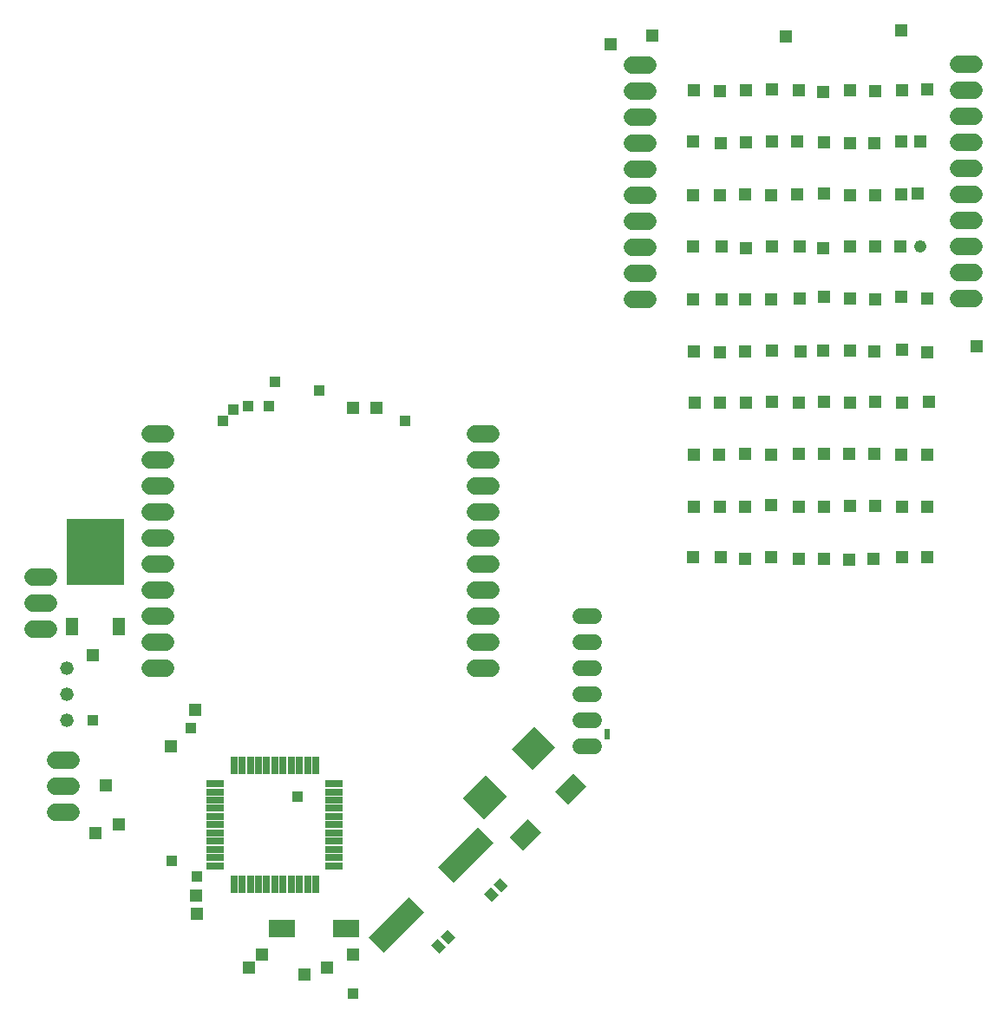
<source format=gbs>
G75*
%MOIN*%
%OFA0B0*%
%FSLAX24Y24*%
%IPPOS*%
%LPD*%
%AMOC8*
5,1,8,0,0,1.08239X$1,22.5*
%
%ADD10C,0.0600*%
%ADD11R,0.0356X0.0434*%
%ADD12C,0.0680*%
%ADD13R,0.0671X0.0277*%
%ADD14R,0.0277X0.0671*%
%ADD15C,0.0520*%
%ADD16R,0.2206X0.2521*%
%ADD17R,0.0474X0.0710*%
%ADD18R,0.0249X0.0190*%
%ADD19R,0.2180X0.0840*%
%ADD20R,0.1241X0.1143*%
%ADD21R,0.0986X0.0710*%
%ADD22R,0.0476X0.0476*%
%ADD23R,0.0437X0.0437*%
%ADD24C,0.0476*%
D10*
X024040Y011451D02*
X024560Y011451D01*
X024560Y012451D02*
X024040Y012451D01*
X024040Y013451D02*
X024560Y013451D01*
X024560Y014451D02*
X024040Y014451D01*
X024040Y015451D02*
X024560Y015451D01*
X024560Y016451D02*
X024040Y016451D01*
D11*
G36*
X021260Y006105D02*
X021008Y005853D01*
X020702Y006159D01*
X020954Y006411D01*
X021260Y006105D01*
G37*
G36*
X020898Y005743D02*
X020646Y005491D01*
X020340Y005797D01*
X020592Y006049D01*
X020898Y005743D01*
G37*
G36*
X019240Y004124D02*
X018988Y003872D01*
X018682Y004178D01*
X018934Y004430D01*
X019240Y004124D01*
G37*
G36*
X018878Y003763D02*
X018626Y003511D01*
X018320Y003817D01*
X018572Y004069D01*
X018878Y003763D01*
G37*
D12*
X020000Y014451D02*
X020600Y014451D01*
X020600Y015451D02*
X020000Y015451D01*
X020000Y016451D02*
X020600Y016451D01*
X020600Y017451D02*
X020000Y017451D01*
X020000Y018451D02*
X020600Y018451D01*
X020600Y019451D02*
X020000Y019451D01*
X020000Y020451D02*
X020600Y020451D01*
X020600Y021451D02*
X020000Y021451D01*
X020000Y022451D02*
X020600Y022451D01*
X020600Y023451D02*
X020000Y023451D01*
X026049Y028636D02*
X026649Y028636D01*
X026649Y029636D02*
X026049Y029636D01*
X026049Y030636D02*
X026649Y030636D01*
X026649Y031636D02*
X026049Y031636D01*
X026049Y032636D02*
X026649Y032636D01*
X026649Y033636D02*
X026049Y033636D01*
X026049Y034636D02*
X026649Y034636D01*
X026649Y035636D02*
X026049Y035636D01*
X026049Y036636D02*
X026649Y036636D01*
X026649Y037636D02*
X026049Y037636D01*
X038582Y037660D02*
X039182Y037660D01*
X039182Y036660D02*
X038582Y036660D01*
X038582Y035660D02*
X039182Y035660D01*
X039182Y034660D02*
X038582Y034660D01*
X038582Y033660D02*
X039182Y033660D01*
X039182Y032660D02*
X038582Y032660D01*
X038582Y031660D02*
X039182Y031660D01*
X039182Y030660D02*
X038582Y030660D01*
X038582Y029660D02*
X039182Y029660D01*
X039182Y028660D02*
X038582Y028660D01*
X008100Y023451D02*
X007500Y023451D01*
X007500Y022451D02*
X008100Y022451D01*
X008100Y021451D02*
X007500Y021451D01*
X007500Y020451D02*
X008100Y020451D01*
X008100Y019451D02*
X007500Y019451D01*
X007500Y018451D02*
X008100Y018451D01*
X008100Y017451D02*
X007500Y017451D01*
X007500Y016451D02*
X008100Y016451D01*
X008100Y015451D02*
X007500Y015451D01*
X007500Y014451D02*
X008100Y014451D01*
X004470Y010935D02*
X003870Y010935D01*
X003870Y009935D02*
X004470Y009935D01*
X004470Y008935D02*
X003870Y008935D01*
X003600Y015951D02*
X003000Y015951D01*
X003000Y016951D02*
X003600Y016951D01*
X003600Y017951D02*
X003000Y017951D01*
D13*
X010017Y010026D03*
X010017Y009711D03*
X010017Y009396D03*
X010017Y009081D03*
X010017Y008766D03*
X010017Y008451D03*
X010017Y008136D03*
X010017Y007821D03*
X010017Y007506D03*
X010017Y007191D03*
X010017Y006876D03*
X014583Y006876D03*
X014583Y007191D03*
X014583Y007506D03*
X014583Y007821D03*
X014583Y008136D03*
X014583Y008451D03*
X014583Y008766D03*
X014583Y009081D03*
X014583Y009396D03*
X014583Y009711D03*
X014583Y010026D03*
D14*
X013875Y010734D03*
X013560Y010734D03*
X013245Y010734D03*
X012930Y010734D03*
X012615Y010734D03*
X012300Y010734D03*
X011985Y010734D03*
X011670Y010734D03*
X011355Y010734D03*
X011040Y010734D03*
X010725Y010734D03*
X010725Y006167D03*
X011040Y006167D03*
X011355Y006167D03*
X011670Y006167D03*
X011985Y006167D03*
X012300Y006167D03*
X012615Y006167D03*
X012930Y006167D03*
X013245Y006167D03*
X013560Y006167D03*
X013875Y006167D03*
D15*
X004300Y012451D03*
X004300Y013451D03*
X004300Y014451D03*
D16*
X005418Y018935D03*
D17*
X004520Y016061D03*
X006316Y016061D03*
D18*
X025064Y012043D03*
X025064Y011843D03*
D19*
G36*
X020711Y007767D02*
X019171Y006227D01*
X018577Y006821D01*
X020117Y008361D01*
X020711Y007767D01*
G37*
G36*
X018023Y005080D02*
X016483Y003540D01*
X015889Y004134D01*
X017429Y005674D01*
X018023Y005080D01*
G37*
D20*
G36*
X021202Y009545D02*
X020326Y008669D01*
X019518Y009477D01*
X020394Y010353D01*
X021202Y009545D01*
G37*
G36*
X023082Y011424D02*
X022206Y010548D01*
X021398Y011356D01*
X022274Y012232D01*
X023082Y011424D01*
G37*
D21*
G36*
X023078Y009731D02*
X023774Y010427D01*
X024276Y009925D01*
X023580Y009229D01*
X023078Y009731D01*
G37*
G36*
X021324Y007977D02*
X022020Y008673D01*
X022522Y008171D01*
X021826Y007475D01*
X021324Y007977D01*
G37*
X015040Y004451D03*
X012560Y004451D03*
D22*
X005394Y008136D03*
X006300Y008451D03*
X005800Y009951D03*
X008300Y011451D03*
X009249Y012860D03*
X005300Y014951D03*
X009272Y005742D03*
X009292Y005041D03*
X011300Y002951D03*
X011800Y003451D03*
X013426Y002703D03*
X014300Y002951D03*
X015300Y003451D03*
X028371Y018719D03*
X029434Y018719D03*
X030379Y018679D03*
X031363Y018719D03*
X032426Y018679D03*
X033410Y018679D03*
X034355Y018640D03*
X035300Y018679D03*
X036402Y018719D03*
X037387Y018719D03*
X037387Y020648D03*
X036402Y020648D03*
X035379Y020687D03*
X034394Y020687D03*
X033410Y020648D03*
X032426Y020648D03*
X031363Y020726D03*
X030379Y020648D03*
X029394Y020648D03*
X028410Y020648D03*
X028410Y022656D03*
X029355Y022656D03*
X030379Y022695D03*
X031363Y022656D03*
X032426Y022695D03*
X033410Y022695D03*
X034355Y022695D03*
X035339Y022695D03*
X036363Y022656D03*
X037387Y022656D03*
X037426Y024703D03*
X036402Y024663D03*
X035379Y024703D03*
X034394Y024663D03*
X033410Y024703D03*
X032426Y024663D03*
X031402Y024703D03*
X030418Y024663D03*
X029394Y024663D03*
X028450Y024663D03*
X028410Y026632D03*
X029394Y026593D03*
X030379Y026632D03*
X031402Y026671D03*
X032505Y026632D03*
X033371Y026671D03*
X034394Y026671D03*
X035339Y026632D03*
X036402Y026711D03*
X037387Y026593D03*
X039276Y026829D03*
X037387Y028679D03*
X036363Y028719D03*
X035379Y028640D03*
X034394Y028679D03*
X033410Y028719D03*
X032465Y028679D03*
X031363Y028640D03*
X030379Y028640D03*
X029473Y028640D03*
X028371Y028640D03*
X028371Y030648D03*
X029473Y030648D03*
X030418Y030608D03*
X031402Y030648D03*
X032465Y030648D03*
X033371Y030608D03*
X034394Y030648D03*
X035379Y030648D03*
X036324Y030648D03*
X036363Y032656D03*
X036993Y032695D03*
X035379Y032616D03*
X034394Y032616D03*
X033410Y032695D03*
X032387Y032656D03*
X031363Y032616D03*
X030379Y032656D03*
X029394Y032616D03*
X028371Y032616D03*
X028371Y034703D03*
X029434Y034624D03*
X030418Y034663D03*
X031402Y034703D03*
X032387Y034703D03*
X033410Y034663D03*
X034394Y034624D03*
X035339Y034624D03*
X036363Y034703D03*
X037111Y034703D03*
X037387Y036711D03*
X036402Y036671D03*
X035379Y036632D03*
X034394Y036671D03*
X033371Y036593D03*
X032426Y036671D03*
X031402Y036711D03*
X030418Y036671D03*
X029394Y036632D03*
X028410Y036671D03*
X026796Y038758D03*
X025221Y038443D03*
X031954Y038719D03*
X036363Y038955D03*
X016200Y024451D03*
X015300Y024451D03*
D23*
X014001Y025136D03*
X012300Y025451D03*
X012083Y024518D03*
X011257Y024545D03*
X010721Y024411D03*
X010300Y023951D03*
X017300Y023951D03*
X009056Y012152D03*
X005300Y012451D03*
X008331Y007065D03*
X009300Y006451D03*
X013174Y009545D03*
X015300Y001951D03*
D24*
X037111Y030648D03*
M02*

</source>
